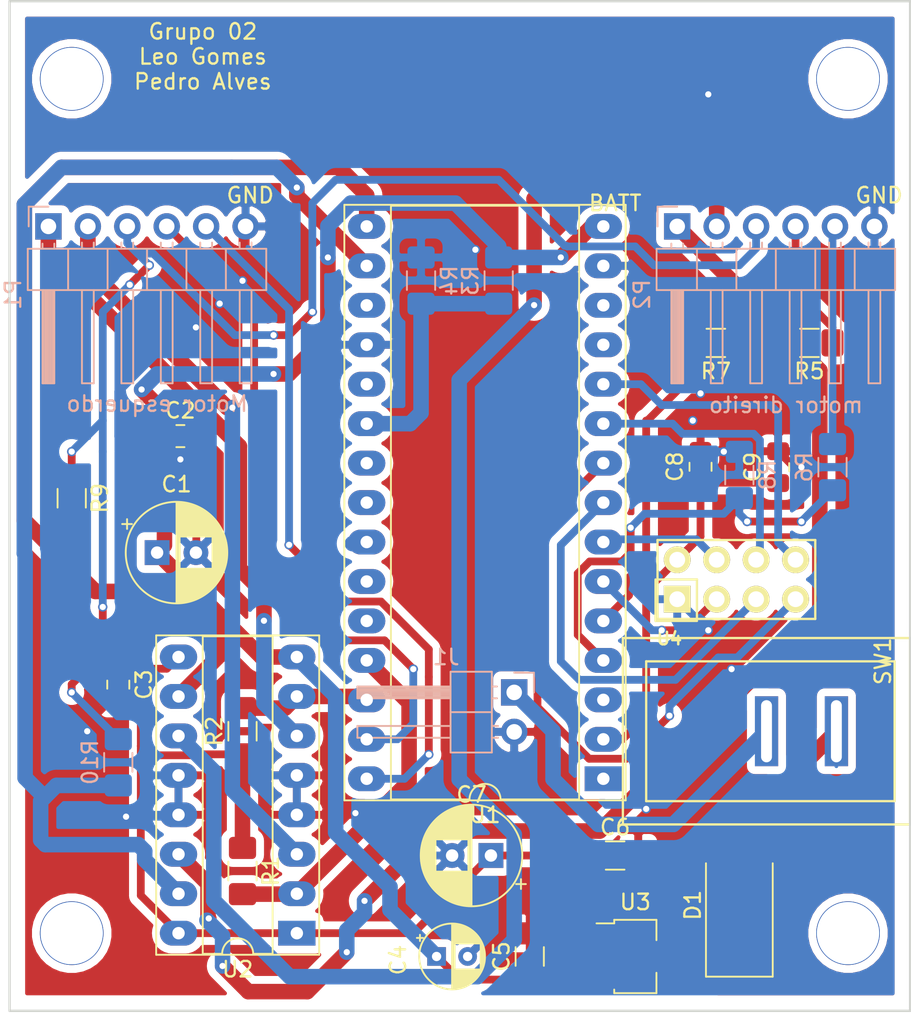
<source format=kicad_pcb>
(kicad_pcb (version 20171130) (host pcbnew 5.1.6-c6e7f7d~87~ubuntu20.04.1)
  (layers (0 F.Cu signal) (31 B.Cu signal) (34 B.Paste user) (35 F.Paste user) (36 B.SilkS user) (37 F.SilkS user) (38 B.Mask user) (39 F.Mask user) (44 Edge.Cuts user))
  (net 0 "")
  (net 1 GND)
  (net 2 +BATT)
  (net 3 +5V)
  (net 4 +3V3)
  (net 5 "Net-(D1-Pad2)")
  (net 6 "Net-(J1-Pad1)")
  (net 7 /MotorL/ENCODER_2)
  (net 8 /MotorL/ENCODER_1)
  (net 9 "Net-(P1-Pad2)")
  (net 10 "Net-(P1-Pad1)")
  (net 11 /MotorR/ENC_R_2)
  (net 12 /MotorR/ENC_R_1)
  (net 13 "Net-(P2-Pad2)")
  (net 14 "Net-(P2-Pad1)")
  (net 15 /MotorL/PWM_1)
  (net 16 /MotorL/PWM_2)
  (net 17 /Microcontroller/BATTERY_VOLTAGE)
  (net 18 /MotorR/ENCODER_1)
  (net 19 /MotorR/ENCODER_2)
  (net 20 /MotorR/PWM_1)
  (net 21 /MotorR/PWM_2)
  (net 22 "Net-(U1-Pad1)")
  (net 23 "Net-(U1-Pad3)")
  (net 24 "Net-(U1-Pad18)")
  (net 25 /Radio/CE)
  (net 26 "Net-(U1-Pad20)")
  (net 27 /Radio/CSN)
  (net 28 /Radio/SCK)
  (net 29 "Net-(U1-Pad22)")
  (net 30 /Radio/MISO)
  (net 31 "Net-(U1-Pad23)")
  (net 32 /Radio/MOSI)
  (net 33 "Net-(U1-Pad24)")
  (net 34 /Radio/IRQ)
  (net 35 "Net-(U1-Pad25)")
  (net 36 "Net-(U1-Pad12)")
  (net 37 "Net-(U1-Pad26)")
  (net 38 "Net-(U1-Pad13)")
  (module Connector_PinHeader_2.54mm:PinHeader_1x06_P2.54mm_Horizontal (layer B.Cu) (at 121.5 86.5 270)
    (fp_text reference P1 (at 4.385 2.27 90) (layer B.SilkS) (effects (justify mirror)))
    (fp_text value MOTOR_R)
    (pad 6 thru_hole oval (at 0 -12.7 270) (size 1.7 1.7) (drill 1) (layers *.Cu *.Mask) (net 1 GND))
    (pad 5 thru_hole oval (at 0 -10.16 270) (size 1.7 1.7) (drill 1) (layers *.Cu *.Mask) (net 7 /MotorL/ENCODER_2))
    (pad 4 thru_hole oval (at 0 -7.62 270) (size 1.7 1.7) (drill 1) (layers *.Cu *.Mask) (net 8 /MotorL/ENCODER_1))
    (pad 3 thru_hole oval (at 0 -5.08 270) (size 1.7 1.7) (drill 1) (layers *.Cu *.Mask) (net 3 +5V))
    (pad 2 thru_hole oval (at 0 -2.54 270) (size 1.7 1.7) (drill 1) (layers *.Cu *.Mask) (net 9 "Net-(P1-Pad2)"))
    (pad 1 thru_hole rect (at 0 0 270) (size 1.7 1.7) (drill 1) (layers *.Cu *.Mask) (net 10 "Net-(P1-Pad1)"))
  )
  (module Capacitor_THT:CP_Radial_D6.3mm_P2.50mm (layer F.Cu) (at 150 127 180)
    (fp_text reference C7 (at 1.25 3.92) (layer F.SilkS))
    (fp_text value 100uF)
    (pad 2 thru_hole circle (at 2.5 0 180) (size 1.6 1.6) (drill 0.8) (layers *.Cu *.Mask) (net 1 GND))
    (pad 1 thru_hole rect (at 0 0 180) (size 1.6 1.6) (drill 0.8) (layers *.Cu *.Mask) (net 3 +5V))
  )
  (module lib:NRF24L01 (layer F.Cu) (at 160.476 112.024 180)
    (fp_text reference U4 (at -1.016 -1.016) (layer F.SilkS) (effects (font (size 0.8 0.8) (thickness 0.16))))
    (fp_text value nRF24L01+ hide)
    (pad 2 thru_hole oval (at -1.524 4.064 180) (size 1.7272 1.7272) (drill 1.016) (layers *.Cu *.Mask F.SilkS) (net 4 +3V3))
    (pad 1 thru_hole rect (at -1.524 1.524 180) (size 1.7272 1.7272) (drill 1.016) (layers *.Cu *.Mask F.SilkS) (net 1 GND))
    (pad 4 thru_hole oval (at -4.064 4.064 180) (size 1.7272 1.7272) (drill 1.016) (layers *.Cu *.Mask F.SilkS) (net 27 /Radio/CSN))
    (pad 3 thru_hole oval (at -4.064 1.524 180) (size 1.7272 1.7272) (drill 1.016) (layers *.Cu *.Mask F.SilkS) (net 25 /Radio/CE))
    (pad 6 thru_hole oval (at -6.604 4.064 180) (size 1.7272 1.7272) (drill 1.016) (layers *.Cu *.Mask F.SilkS) (net 32 /Radio/MOSI))
    (pad 5 thru_hole oval (at -6.604 1.524 180) (size 1.7272 1.7272) (drill 1.016) (layers *.Cu *.Mask F.SilkS) (net 28 /Radio/SCK))
    (pad 8 thru_hole oval (at -9.144 4.064 180) (size 1.7272 1.7272) (drill 1.016) (layers *.Cu *.Mask F.SilkS) (net 34 /Radio/IRQ))
    (pad 7 thru_hole oval (at -9.144 1.524 180) (size 1.7272 1.7272) (drill 1.016) (layers *.Cu *.Mask F.SilkS) (net 30 /Radio/MISO))
  )
  (module Package_TO_SOT_SMD:SOT-89-3_Handsoldering (layer F.Cu) (at 159 133.5)
    (fp_text reference U3 (at 0.3 -3.5) (layer F.SilkS))
    (fp_text value LM78L05)
    (pad 2 smd custom (at -2.0625 0) (size 2.475 0.9) (layers F.Cu F.Paste F.Mask) (net 1 GND) (options (clearance outline) (anchor rect)) (primitives (gr_poly (pts (xy 1.2375 -0.8665) (xy 5.3625 -0.8665) (xy 5.3625 0.8665) (xy 1.2375 0.8665)) (width 0))))
    (pad 3 smd rect (at -2.15 1.5) (size 2.3 0.9) (layers F.Cu F.Paste F.Mask) (net 2 +BATT))
    (pad 1 smd rect (at -2.15 -1.5) (size 2.3 0.9) (layers F.Cu F.Paste F.Mask) (net 3 +5V))
  )
  (module Package_DIP:DIP-16_W7.62mm_Socket_LongPads (layer F.Cu) (at 137.5 132 180)
    (fp_text reference U2 (at 3.81 -2.33) (layer F.SilkS))
    (fp_text value SN754410)
    (pad 16 thru_hole oval (at 7.62 0 180) (size 2.4 1.6) (drill 0.8) (layers *.Cu *.Mask) (net 3 +5V))
    (pad 8 thru_hole oval (at 0 17.78 180) (size 2.4 1.6) (drill 0.8) (layers *.Cu *.Mask) (net 2 +BATT))
    (pad 15 thru_hole oval (at 7.62 2.54 180) (size 2.4 1.6) (drill 0.8) (layers *.Cu *.Mask) (net 21 /MotorR/PWM_2))
    (pad 7 thru_hole oval (at 0 15.24 180) (size 2.4 1.6) (drill 0.8) (layers *.Cu *.Mask) (net 16 /MotorL/PWM_2))
    (pad 14 thru_hole oval (at 7.62 5.08 180) (size 2.4 1.6) (drill 0.8) (layers *.Cu *.Mask) (net 14 "Net-(P2-Pad1)"))
    (pad 6 thru_hole oval (at 0 12.7 180) (size 2.4 1.6) (drill 0.8) (layers *.Cu *.Mask) (net 10 "Net-(P1-Pad1)"))
    (pad 13 thru_hole oval (at 7.62 7.62 180) (size 2.4 1.6) (drill 0.8) (layers *.Cu *.Mask) (net 1 GND))
    (pad 5 thru_hole oval (at 0 10.16 180) (size 2.4 1.6) (drill 0.8) (layers *.Cu *.Mask) (net 1 GND))
    (pad 12 thru_hole oval (at 7.62 10.16 180) (size 2.4 1.6) (drill 0.8) (layers *.Cu *.Mask) (net 1 GND))
    (pad 4 thru_hole oval (at 0 7.62 180) (size 2.4 1.6) (drill 0.8) (layers *.Cu *.Mask) (net 1 GND))
    (pad 11 thru_hole oval (at 7.62 12.7 180) (size 2.4 1.6) (drill 0.8) (layers *.Cu *.Mask) (net 13 "Net-(P2-Pad2)"))
    (pad 3 thru_hole oval (at 0 5.08 180) (size 2.4 1.6) (drill 0.8) (layers *.Cu *.Mask) (net 9 "Net-(P1-Pad2)"))
    (pad 10 thru_hole oval (at 7.62 15.24 180) (size 2.4 1.6) (drill 0.8) (layers *.Cu *.Mask) (net 20 /MotorR/PWM_1))
    (pad 2 thru_hole oval (at 0 2.54 180) (size 2.4 1.6) (drill 0.8) (layers *.Cu *.Mask) (net 15 /MotorL/PWM_1))
    (pad 9 thru_hole oval (at 7.62 17.78 180) (size 2.4 1.6) (drill 0.8) (layers *.Cu *.Mask) (net 3 +5V))
    (pad 1 thru_hole rect (at 0 0 180) (size 2.4 1.6) (drill 0.8) (layers *.Cu *.Mask) (net 3 +5V))
  )
  (module lib:NUCLEO-F3 (layer F.Cu) (at 157.24 122.06 180)
    (fp_text reference U1 (at 7.62 -2.33 180) (layer F.SilkS))
    (fp_text value NUCLEO-F303K8)
    (pad 1 thru_hole rect (at 0 0 180) (size 2.4 1.6) (drill 0.8) (layers *.Cu *.Mask) (net 22 "Net-(U1-Pad1)"))
    (pad 29 thru_hole oval (at 15.24 2.54 180) (size 2.4 1.6) (drill 0.8) (layers *.Cu *.Mask) (net 8 /MotorL/ENCODER_1))
    (pad 2 thru_hole oval (at 0 2.54 180) (size 2.4 1.6) (drill 0.8) (layers *.Cu *.Mask) (net 4 +3V3))
    (pad 16 thru_hole oval (at 15.24 35.56 180) (size 2.4 1.6) (drill 0.8) (layers *.Cu *.Mask) (net 20 /MotorR/PWM_1))
    (pad 3 thru_hole oval (at 0 5.08 180) (size 2.4 1.6) (drill 0.8) (layers *.Cu *.Mask) (net 23 "Net-(U1-Pad3)"))
    (pad 17 thru_hole oval (at 15.24 33.02 180) (size 2.4 1.6) (drill 0.8) (layers *.Cu *.Mask) (net 21 /MotorR/PWM_2))
    (pad 4 thru_hole oval (at 0 7.62 180) (size 2.4 1.6) (drill 0.8) (layers *.Cu *.Mask) (net 19 /MotorR/ENCODER_2))
    (pad 18 thru_hole oval (at 15.24 30.48 180) (size 2.4 1.6) (drill 0.8) (layers *.Cu *.Mask) (net 24 "Net-(U1-Pad18)"))
    (pad 5 thru_hole oval (at 0 10.16 180) (size 2.4 1.6) (drill 0.8) (layers *.Cu *.Mask) (net 18 /MotorR/ENCODER_1))
    (pad 19 thru_hole oval (at 15.24 27.94 180) (size 2.4 1.6) (drill 0.8) (layers *.Cu *.Mask) (net 1 GND))
    (pad 6 thru_hole oval (at 0 12.7 180) (size 2.4 1.6) (drill 0.8) (layers *.Cu *.Mask) (net 25 /Radio/CE))
    (pad 20 thru_hole oval (at 15.24 25.4 180) (size 2.4 1.6) (drill 0.8) (layers *.Cu *.Mask) (net 26 "Net-(U1-Pad20)"))
    (pad 7 thru_hole oval (at 0 15.24 180) (size 2.4 1.6) (drill 0.8) (layers *.Cu *.Mask) (net 27 /Radio/CSN))
    (pad 21 thru_hole oval (at 15.24 22.86 180) (size 2.4 1.6) (drill 0.8) (layers *.Cu *.Mask) (net 17 /Microcontroller/BATTERY_VOLTAGE))
    (pad 8 thru_hole oval (at 0 17.78 180) (size 2.4 1.6) (drill 0.8) (layers *.Cu *.Mask) (net 28 /Radio/SCK))
    (pad 22 thru_hole oval (at 15.24 20.32 180) (size 2.4 1.6) (drill 0.8) (layers *.Cu *.Mask) (net 29 "Net-(U1-Pad22)"))
    (pad 9 thru_hole oval (at 0 20.32 180) (size 2.4 1.6) (drill 0.8) (layers *.Cu *.Mask) (net 30 /Radio/MISO))
    (pad 23 thru_hole oval (at 15.24 17.78 180) (size 2.4 1.6) (drill 0.8) (layers *.Cu *.Mask) (net 31 "Net-(U1-Pad23)"))
    (pad 10 thru_hole oval (at 0 22.86 180) (size 2.4 1.6) (drill 0.8) (layers *.Cu *.Mask) (net 32 /Radio/MOSI))
    (pad 24 thru_hole oval (at 15.24 15.24 180) (size 2.4 1.6) (drill 0.8) (layers *.Cu *.Mask) (net 33 "Net-(U1-Pad24)"))
    (pad 11 thru_hole oval (at 0 25.4 180) (size 2.4 1.6) (drill 0.8) (layers *.Cu *.Mask) (net 34 /Radio/IRQ))
    (pad 25 thru_hole oval (at 15.24 12.7 180) (size 2.4 1.6) (drill 0.8) (layers *.Cu *.Mask) (net 35 "Net-(U1-Pad25)"))
    (pad 12 thru_hole oval (at 0 27.94 180) (size 2.4 1.6) (drill 0.8) (layers *.Cu *.Mask) (net 36 "Net-(U1-Pad12)"))
    (pad 26 thru_hole oval (at 15.24 10.16 180) (size 2.4 1.6) (drill 0.8) (layers *.Cu *.Mask) (net 37 "Net-(U1-Pad26)"))
    (pad 13 thru_hole oval (at 0 30.48 180) (size 2.4 1.6) (drill 0.8) (layers *.Cu *.Mask) (net 38 "Net-(U1-Pad13)"))
    (pad 27 thru_hole oval (at 15.24 7.62 180) (size 2.4 1.6) (drill 0.8) (layers *.Cu *.Mask) (net 15 /MotorL/PWM_1))
    (pad 14 thru_hole oval (at 0 33.02 180) (size 2.4 1.6) (drill 0.8) (layers *.Cu *.Mask) (net 1 GND))
    (pad 28 thru_hole oval (at 15.24 5.08 180) (size 2.4 1.6) (drill 0.8) (layers *.Cu *.Mask) (net 16 /MotorL/PWM_2))
    (pad 15 thru_hole oval (at 0 35.56 180) (size 2.4 1.6) (drill 0.8) (layers *.Cu *.Mask) (net 2 +BATT))
    (pad 30 thru_hole oval (at 15.24 0 180) (size 2.4 1.6) (drill 0.8) (layers *.Cu *.Mask) (net 7 /MotorL/ENCODER_2))
  )
  (module lib:PRK22J5DBBNN (layer F.Cu) (at 170 119 90)
    (fp_text reference SW1 (at 4.5 5.25 90) (layer F.SilkS))
    (fp_text value SW_SPST)
    (pad 2 thru_hole rect (at 0 2.25 90) (size 4.5 1.5) (drill oval 4 0.7) (layers *.Cu *.Mask) (net 5 "Net-(D1-Pad2)"))
    (pad 1 thru_hole rect (at 0 -2.25 90) (size 4.5 1.5) (drill oval 4 0.7) (layers *.Cu *.Mask) (net 6 "Net-(J1-Pad1)"))
  )
  (module Resistor_SMD:R_1206_3216Metric_Pad1.42x1.75mm_HandSolder (layer B.Cu) (at 126 121 270)
    (fp_text reference R10 (at 0 1.82 90) (layer B.SilkS) (effects (justify mirror)))
    (fp_text value 1k)
    (pad 2 smd roundrect (at 1.4875 0 270) (size 1.425 1.75) (layers B.Cu B.Paste B.Mask) (roundrect_rratio 0.175439) (net 21 /MotorR/PWM_2))
    (pad 1 smd roundrect (at -1.4875 0 270) (size 1.425 1.75) (layers B.Cu B.Paste B.Mask) (roundrect_rratio 0.175439) (net 3 +5V))
  )
  (module Resistor_SMD:R_1206_3216Metric_Pad1.42x1.75mm_HandSolder (layer F.Cu) (at 123 104 270)
    (fp_text reference R9 (at 0 -1.82 90) (layer F.SilkS))
    (fp_text value 1k)
    (pad 2 smd roundrect (at 1.4875 0 270) (size 1.425 1.75) (layers F.Cu F.Paste F.Mask) (roundrect_rratio 0.175439) (net 20 /MotorR/PWM_1))
    (pad 1 smd roundrect (at -1.4875 0 270) (size 1.425 1.75) (layers F.Cu F.Paste F.Mask) (roundrect_rratio 0.175439) (net 3 +5V))
  )
  (module Resistor_SMD:R_1206_3216Metric_Pad1.42x1.75mm_HandSolder (layer B.Cu) (at 166 102.5 90)
    (fp_text reference R8 (at 0 1.82 270) (layer B.SilkS) (effects (justify mirror)))
    (fp_text value 91k)
    (pad 2 smd roundrect (at 1.4875 0 90) (size 1.425 1.75) (layers B.Cu B.Paste B.Mask) (roundrect_rratio 0.175439) (net 1 GND))
    (pad 1 smd roundrect (at -1.4875 0 90) (size 1.425 1.75) (layers B.Cu B.Paste B.Mask) (roundrect_rratio 0.175439) (net 19 /MotorR/ENCODER_2))
  )
  (module Resistor_SMD:R_1206_3216Metric_Pad1.42x1.75mm_HandSolder (layer F.Cu) (at 164.4875 94 180)
    (fp_text reference R7 (at 0 -1.82) (layer F.SilkS))
    (fp_text value 91k)
    (pad 2 smd roundrect (at 1.4875 0 180) (size 1.425 1.75) (layers F.Cu F.Paste F.Mask) (roundrect_rratio 0.175439) (net 1 GND))
    (pad 1 smd roundrect (at -1.4875 0 180) (size 1.425 1.75) (layers F.Cu F.Paste F.Mask) (roundrect_rratio 0.175439) (net 18 /MotorR/ENCODER_1))
  )
  (module Resistor_SMD:R_1206_3216Metric_Pad1.42x1.75mm_HandSolder (layer B.Cu) (at 172 102 270)
    (fp_text reference R6 (at 0 1.82 90) (layer B.SilkS) (effects (justify mirror)))
    (fp_text value 47k)
    (pad 2 smd roundrect (at 1.4875 0 270) (size 1.425 1.75) (layers B.Cu B.Paste B.Mask) (roundrect_rratio 0.175439) (net 19 /MotorR/ENCODER_2))
    (pad 1 smd roundrect (at -1.4875 0 270) (size 1.425 1.75) (layers B.Cu B.Paste B.Mask) (roundrect_rratio 0.175439) (net 11 /MotorR/ENC_R_2))
  )
  (module Resistor_SMD:R_1206_3216Metric_Pad1.42x1.75mm_HandSolder (layer F.Cu) (at 170.5125 94 180)
    (fp_text reference R5 (at 0 -1.82) (layer F.SilkS))
    (fp_text value 47k)
    (pad 2 smd roundrect (at 1.4875 0 180) (size 1.425 1.75) (layers F.Cu F.Paste F.Mask) (roundrect_rratio 0.175439) (net 18 /MotorR/ENCODER_1))
    (pad 1 smd roundrect (at -1.4875 0 180) (size 1.425 1.75) (layers F.Cu F.Paste F.Mask) (roundrect_rratio 0.175439) (net 12 /MotorR/ENC_R_1))
  )
  (module Resistor_SMD:R_1206_3216Metric_Pad1.42x1.75mm_HandSolder (layer B.Cu) (at 145.5 89.9875 90)
    (fp_text reference R4 (at 0 1.82 270) (layer B.SilkS) (effects (justify mirror)))
    (fp_text value 2k2)
    (pad 2 smd roundrect (at 1.4875 0 90) (size 1.425 1.75) (layers B.Cu B.Paste B.Mask) (roundrect_rratio 0.175439) (net 1 GND))
    (pad 1 smd roundrect (at -1.4875 0 90) (size 1.425 1.75) (layers B.Cu B.Paste B.Mask) (roundrect_rratio 0.175439) (net 17 /Microcontroller/BATTERY_VOLTAGE))
  )
  (module Resistor_SMD:R_1206_3216Metric_Pad1.42x1.75mm_HandSolder (layer B.Cu) (at 150.5 89.9875 270)
    (fp_text reference R3 (at 0 1.82 270) (layer B.SilkS) (effects (justify mirror)))
    (fp_text value 22k)
    (pad 2 smd roundrect (at 1.4875 0 270) (size 1.425 1.75) (layers B.Cu B.Paste B.Mask) (roundrect_rratio 0.175439) (net 17 /Microcontroller/BATTERY_VOLTAGE))
    (pad 1 smd roundrect (at -1.4875 0 270) (size 1.425 1.75) (layers B.Cu B.Paste B.Mask) (roundrect_rratio 0.175439) (net 2 +BATT))
  )
  (module Resistor_SMD:R_1206_3216Metric_Pad1.42x1.75mm_HandSolder (layer F.Cu) (at 134 119 90)
    (fp_text reference R2 (at 0 -1.82 90) (layer F.SilkS))
    (fp_text value 1k)
    (pad 2 smd roundrect (at 1.4875 0 90) (size 1.425 1.75) (layers F.Cu F.Paste F.Mask) (roundrect_rratio 0.175439) (net 16 /MotorL/PWM_2))
    (pad 1 smd roundrect (at -1.4875 0 90) (size 1.425 1.75) (layers F.Cu F.Paste F.Mask) (roundrect_rratio 0.175439) (net 3 +5V))
  )
  (module Resistor_SMD:R_1206_3216Metric_Pad1.42x1.75mm_HandSolder (layer F.Cu) (at 134 128 270)
    (fp_text reference R1 (at 0 -1.82 90) (layer F.SilkS))
    (fp_text value 1k)
    (pad 2 smd roundrect (at 1.4875 0 270) (size 1.425 1.75) (layers F.Cu F.Paste F.Mask) (roundrect_rratio 0.175439) (net 15 /MotorL/PWM_1))
    (pad 1 smd roundrect (at -1.4875 0 270) (size 1.425 1.75) (layers F.Cu F.Paste F.Mask) (roundrect_rratio 0.175439) (net 3 +5V))
  )
  (module Connector_PinHeader_2.54mm:PinHeader_1x06_P2.54mm_Horizontal (layer B.Cu) (at 162 86.5 270)
    (fp_text reference P2 (at 4.385 2.27 90) (layer B.SilkS) (effects (justify mirror)))
    (fp_text value MOTOR_R)
    (pad 6 thru_hole oval (at 0 -12.7 270) (size 1.7 1.7) (drill 1) (layers *.Cu *.Mask) (net 1 GND))
    (pad 5 thru_hole oval (at 0 -10.16 270) (size 1.7 1.7) (drill 1) (layers *.Cu *.Mask) (net 11 /MotorR/ENC_R_2))
    (pad 4 thru_hole oval (at 0 -7.62 270) (size 1.7 1.7) (drill 1) (layers *.Cu *.Mask) (net 12 /MotorR/ENC_R_1))
    (pad 3 thru_hole oval (at 0 -5.08 270) (size 1.7 1.7) (drill 1) (layers *.Cu *.Mask) (net 3 +5V))
    (pad 2 thru_hole oval (at 0 -2.54 270) (size 1.7 1.7) (drill 1) (layers *.Cu *.Mask) (net 13 "Net-(P2-Pad2)"))
    (pad 1 thru_hole rect (at 0 0 270) (size 1.7 1.7) (drill 1) (layers *.Cu *.Mask) (net 14 "Net-(P2-Pad1)"))
  )
  (module Connector_PinHeader_2.54mm:PinHeader_1x02_P2.54mm_Horizontal (layer B.Cu) (at 151.5 116.5 180)
    (fp_text reference J1 (at 4.385 2.27) (layer B.SilkS) (effects (justify mirror)))
    (fp_text value BATTERY)
    (pad 2 thru_hole oval (at 0 -2.54 180) (size 1.7 1.7) (drill 1) (layers *.Cu *.Mask) (net 1 GND))
    (pad 1 thru_hole rect (at 0 0 180) (size 1.7 1.7) (drill 1) (layers *.Cu *.Mask) (net 6 "Net-(J1-Pad1)"))
  )
  (module Diode_SMD:D_SMB_Handsoldering (layer F.Cu) (at 166 130.2 90)
    (fp_text reference D1 (at 0 -3 90) (layer F.SilkS))
    (fp_text value SS34)
    (pad 2 smd rect (at 2.7 0 90) (size 3.5 2.3) (layers F.Cu F.Paste F.Mask) (net 5 "Net-(D1-Pad2)"))
    (pad 1 smd rect (at -2.7 0 90) (size 3.5 2.3) (layers F.Cu F.Paste F.Mask) (net 2 +BATT))
  )
  (module Capacitor_SMD:C_0805_2012Metric_Pad1.15x1.40mm_HandSolder (layer F.Cu) (at 168.5 102 90)
    (fp_text reference C9 (at 0 -1.65 90) (layer F.SilkS))
    (fp_text value 1uF)
    (pad 2 smd roundrect (at 1.025 0 90) (size 1.15 1.4) (layers F.Cu F.Paste F.Mask) (roundrect_rratio 0.217391) (net 1 GND))
    (pad 1 smd roundrect (at -1.025 0 90) (size 1.15 1.4) (layers F.Cu F.Paste F.Mask) (roundrect_rratio 0.217391) (net 4 +3V3))
  )
  (module Capacitor_SMD:C_0805_2012Metric_Pad1.15x1.40mm_HandSolder (layer F.Cu) (at 163.5 101.975 90)
    (fp_text reference C8 (at 0 -1.65 90) (layer F.SilkS))
    (fp_text value 1uF)
    (pad 2 smd roundrect (at 1.025 0 90) (size 1.15 1.4) (layers F.Cu F.Paste F.Mask) (roundrect_rratio 0.217391) (net 1 GND))
    (pad 1 smd roundrect (at -1.025 0 90) (size 1.15 1.4) (layers F.Cu F.Paste F.Mask) (roundrect_rratio 0.217391) (net 4 +3V3))
  )
  (module Capacitor_SMD:C_1206_3216Metric_Pad1.42x1.75mm_HandSolder (layer F.Cu) (at 158 127)
    (fp_text reference C6 (at 0 -1.82) (layer F.SilkS))
    (fp_text value 100nF)
    (pad 2 smd roundrect (at 1.4875 0) (size 1.425 1.75) (layers F.Cu F.Paste F.Mask) (roundrect_rratio 0.175439) (net 1 GND))
    (pad 1 smd roundrect (at -1.4875 0) (size 1.425 1.75) (layers F.Cu F.Paste F.Mask) (roundrect_rratio 0.175439) (net 3 +5V))
  )
  (module Capacitor_SMD:C_1206_3216Metric_Pad1.42x1.75mm_HandSolder (layer F.Cu) (at 152.5 133.5 90)
    (fp_text reference C5 (at 0 -1.82 90) (layer F.SilkS))
    (fp_text value 100nF)
    (pad 2 smd roundrect (at 1.4875 0 90) (size 1.425 1.75) (layers F.Cu F.Paste F.Mask) (roundrect_rratio 0.175439) (net 1 GND))
    (pad 1 smd roundrect (at -1.4875 0 90) (size 1.425 1.75) (layers F.Cu F.Paste F.Mask) (roundrect_rratio 0.175439) (net 2 +BATT))
  )
  (module Capacitor_THT:CP_Radial_D4.0mm_P2.00mm (layer F.Cu) (at 146.5 133.5)
    (fp_text reference C4 (at -2.482 0.231 90) (layer F.SilkS))
    (fp_text value 10uF)
    (pad 2 thru_hole circle (at 2 0) (size 1.2 1.2) (drill 0.6) (layers *.Cu *.Mask) (net 1 GND))
    (pad 1 thru_hole rect (at 0 0) (size 1.2 1.2) (drill 0.6) (layers *.Cu *.Mask) (net 2 +BATT))
  )
  (module Capacitor_SMD:C_0805_2012Metric_Pad1.15x1.40mm_HandSolder (layer F.Cu) (at 126 116 270)
    (fp_text reference C3 (at 0 -1.65 90) (layer F.SilkS))
    (fp_text value 1uF)
    (pad 2 smd roundrect (at 1.025 0 270) (size 1.15 1.4) (layers F.Cu F.Paste F.Mask) (roundrect_rratio 0.217391) (net 1 GND))
    (pad 1 smd roundrect (at -1.025 0 270) (size 1.15 1.4) (layers F.Cu F.Paste F.Mask) (roundrect_rratio 0.217391) (net 3 +5V))
  )
  (module Capacitor_SMD:C_0805_2012Metric_Pad1.15x1.40mm_HandSolder (layer F.Cu) (at 130 100)
    (fp_text reference C2 (at 0 -1.65) (layer F.SilkS))
    (fp_text value 1uF)
    (pad 2 smd roundrect (at 1.025 0) (size 1.15 1.4) (layers F.Cu F.Paste F.Mask) (roundrect_rratio 0.217391) (net 1 GND))
    (pad 1 smd roundrect (at -1.025 0) (size 1.15 1.4) (layers F.Cu F.Paste F.Mask) (roundrect_rratio 0.217391) (net 2 +BATT))
  )
  (module Capacitor_THT:CP_Radial_D6.3mm_P2.50mm (layer F.Cu) (at 128.5 107.5)
    (fp_text reference C1 (at 1.25 -4.4) (layer F.SilkS))
    (fp_text value 100uF)
    (pad 2 thru_hole circle (at 2.5 0) (size 1.6 1.6) (drill 0.8) (layers *.Cu *.Mask) (net 1 GND))
    (pad 1 thru_hole rect (at 0 0) (size 1.6 1.6) (drill 0.8) (layers *.Cu *.Mask) (net 2 +BATT))
  )
  (gr_text BATT (at 158 85) (layer F.SilkS) (effects (font (size 1 1))))
  (gr_text GND (at 134.5 84.5) (layer F.SilkS) (effects (font (size 1 1))))
  (gr_text GND (at 175 84.5) (layer F.SilkS) (effects (font (size 1 1))))
  (gr_text "Grupo 02\nLeo Gomes\nPedro Alves" (at 131.445 75.565) (layer F.SilkS) (effects (font (size 1 1))))
  (gr_text "motor direito" (at 169 98) (layer B.SilkS) (effects (font (size 1 1)) (justify mirror)))
  (gr_text "Motor esquerdo" (at 128.5 97.917) (layer B.SilkS) (effects (font (size 1 1)) (justify mirror)))
  (gr_line (start 119 137) (end 119 72) (layer Edge.Cuts) (width 0.15))
  (gr_line (start 177 137) (end 119 137) (layer Edge.Cuts) (width 0.15))
  (gr_line (start 177 72) (end 177 137) (layer Edge.Cuts) (width 0.15))
  (gr_line (start 119 72) (end 177 72) (layer Edge.Cuts) (width 0.15))
  (via (at 123 77) (size 4.1) (drill 4) (layers F.Cu B.Cu) (net 0))
  (via (at 173 77) (size 4.1) (drill 4) (layers F.Cu B.Cu) (net 0))
  (via (at 123 132) (size 4.1) (drill 4) (layers F.Cu B.Cu) (net 0))
  (via (at 173 132) (size 4.1) (drill 4) (layers F.Cu B.Cu) (net 0))
  (segment (start 159.4875 127) (end 159.46 127) (width 0.5) (layer F.Cu) (net 1))
  (via (at 163 99) (size 0.6) (drill 0.4) (layers F.Cu B.Cu) (net 1))
  (via (at 160 124) (size 0.6) (drill 0.4) (layers F.Cu B.Cu) (net 1))
  (via (at 149 88) (size 0.6) (drill 0.4) (layers F.Cu B.Cu) (net 1))
  (via (at 164 78) (size 0.6) (drill 0.4) (layers F.Cu B.Cu) (net 1))
  (via (at 124 119) (size 0.6) (drill 0.4) (layers F.Cu B.Cu) (net 1))
  (via (at 165 101) (size 0.6) (drill 0.4) (layers F.Cu B.Cu) (net 1))
  (segment (start 165.0125 101.0125) (end 165 101) (width 0.5) (layer B.Cu) (net 1))
  (segment (start 166 101.0125) (end 165.0125 101.0125) (width 0.5) (layer B.Cu) (net 1))
  (segment (start 163.55 101) (end 163.5 100.95) (width 0.5) (layer F.Cu) (net 1))
  (segment (start 165 101) (end 163.55 101) (width 0.5) (layer F.Cu) (net 1))
  (segment (start 126 117.025) (end 125.475 117.025) (width 0.5) (layer F.Cu) (net 1))
  (segment (start 125.475 117.025) (end 123.5 119) (width 0.5) (layer F.Cu) (net 1))
  (via (at 126.5 124.5) (size 0.6) (drill 0.4) (layers F.Cu B.Cu) (net 1))
  (segment (start 129.76 124.5) (end 129.88 124.38) (width 0.5) (layer B.Cu) (net 1))
  (segment (start 126.5 124.5) (end 129.76 124.5) (width 0.5) (layer B.Cu) (net 1))
  (segment (start 157.58998 88.55002) (end 157 89.14) (width 0.5) (layer B.Cu) (net 1))
  (segment (start 157.24 89.04) (end 158.04 89.04) (width 0.5) (layer F.Cu) (net 1))
  (via (at 141.272893 124.272893) (size 0.6) (drill 0.4) (layers F.Cu B.Cu) (net 1))
  (segment (start 141.165786 124.38) (end 141.272893 124.272893) (width 0.5) (layer F.Cu) (net 1))
  (segment (start 137.5 124.38) (end 141.165786 124.38) (width 0.5) (layer F.Cu) (net 1))
  (segment (start 144 127) (end 147.5 127) (width 0.5) (layer B.Cu) (net 1))
  (segment (start 141.272893 124.272893) (end 144 127) (width 0.5) (layer B.Cu) (net 1))
  (via (at 163.5 97.25) (size 0.6) (drill 0.4) (layers F.Cu B.Cu) (net 1))
  (segment (start 163.5 100.95) (end 163.5 97.25) (width 0.5) (layer F.Cu) (net 1))
  (segment (start 163.5 97.25) (end 163.5 94.5) (width 0.5) (layer B.Cu) (net 1))
  (segment (start 163.5 94.5) (end 163 94) (width 0.5) (layer B.Cu) (net 1))
  (via (at 164 112.5) (size 0.6) (drill 0.4) (layers F.Cu B.Cu) (net 1))
  (segment (start 162 110.5) (end 164 112.5) (width 0.5) (layer B.Cu) (net 1))
  (via (at 165.5 115) (size 0.6) (drill 0.4) (layers F.Cu B.Cu) (net 1))
  (segment (start 164 113.5) (end 165.5 115) (width 0.5) (layer F.Cu) (net 1))
  (segment (start 164 112.5) (end 164 113.5) (width 0.5) (layer F.Cu) (net 1))
  (segment (start 165.5 115) (end 167.06413 115) (width 0.5) (layer B.Cu) (net 1))
  (segment (start 167.06413 115) (end 167.06413 114.93587) (width 0.5) (layer B.Cu) (net 1))
  (via (at 170 102) (size 0.6) (drill 0.4) (layers F.Cu B.Cu) (net 1))
  (segment (start 172.589966 102) (end 170 102) (width 0.5) (layer B.Cu) (net 1))
  (segment (start 173.32501 102.735044) (end 172.589966 102) (width 0.5) (layer B.Cu) (net 1))
  (segment (start 173.32501 108.67499) (end 173.32501 102.735044) (width 0.5) (layer B.Cu) (net 1))
  (segment (start 167.06413 114.93587) (end 173.32501 108.67499) (width 0.5) (layer B.Cu) (net 1))
  (segment (start 169.525 102) (end 168.5 100.975) (width 0.5) (layer F.Cu) (net 1))
  (segment (start 170 102) (end 169.525 102) (width 0.5) (layer F.Cu) (net 1))
  (segment (start 131.025 107.475) (end 131 107.5) (width 0.5) (layer F.Cu) (net 1))
  (segment (start 131.025 100) (end 131.025 107.475) (width 0.5) (layer F.Cu) (net 1))
  (via (at 130 101.5) (size 0.6) (drill 0.4) (layers F.Cu B.Cu) (net 1))
  (segment (start 131.025 100.475) (end 130 101.5) (width 0.5) (layer F.Cu) (net 1))
  (segment (start 131.025 100) (end 131.025 100.475) (width 0.5) (layer F.Cu) (net 1))
  (segment (start 130 101.5) (end 127.5 101.5) (width 0.5) (layer B.Cu) (net 1))
  (segment (start 127.5 101.5) (end 126 100) (width 0.5) (layer B.Cu) (net 1))
  (via (at 131 93) (size 0.6) (drill 0.4) (layers F.Cu B.Cu) (net 1))
  (segment (start 130.156484 93) (end 131 93) (width 0.5) (layer B.Cu) (net 1))
  (segment (start 126 97.156484) (end 130.156484 93) (width 0.5) (layer B.Cu) (net 1))
  (segment (start 126 100) (end 126 97.156484) (width 0.5) (layer B.Cu) (net 1))
  (via (at 132.530331 91.469669) (size 0.6) (drill 0.4) (layers F.Cu B.Cu) (net 1))
  (segment (start 131 93) (end 132.530331 91.469669) (width 0.5) (layer F.Cu) (net 1))
  (via (at 134 90) (size 0.6) (drill 0.4) (layers F.Cu B.Cu) (net 1))
  (segment (start 132.530331 91.469669) (end 134 90) (width 0.5) (layer B.Cu) (net 1))
  (segment (start 134 86.7) (end 134.2 86.5) (width 0.5) (layer F.Cu) (net 1))
  (segment (start 134 90) (end 134 86.7) (width 0.5) (layer F.Cu) (net 1))
  (segment (start 123.5 124) (end 124 124.5) (width 0.5) (layer F.Cu) (net 1))
  (segment (start 124 124.5) (end 126.5 124.5) (width 0.5) (layer F.Cu) (net 1))
  (segment (start 123.5 119) (end 123.5 124) (width 0.5) (layer F.Cu) (net 1))
  (segment (start 152.5125 135) (end 152.5 134.9875) (width 0.25) (layer F.Cu) (net 2))
  (segment (start 147.9875 134.9875) (end 146.5 133.5) (width 0.5) (layer F.Cu) (net 2))
  (segment (start 156.8375 134.9875) (end 156.85 135) (width 0.5) (layer F.Cu) (net 2))
  (segment (start 128.975 107.025) (end 128.5 107.5) (width 0.5) (layer F.Cu) (net 2))
  (segment (start 135.22 114.22) (end 128.5 107.5) (width 1) (layer F.Cu) (net 2))
  (segment (start 137.5 114.22) (end 135.22 114.22) (width 1) (layer F.Cu) (net 2))
  (segment (start 146.5 133.5) (end 146.249999 133.249999) (width 0.5) (layer B.Cu) (net 2))
  (segment (start 152.5 134.9875) (end 147.9875 134.9875) (width 0.5) (layer F.Cu) (net 2))
  (segment (start 152.5 134.9875) (end 156.8375 134.9875) (width 0.5) (layer F.Cu) (net 2))
  (segment (start 163.83349 135.06651) (end 156.85 135.06651) (width 1) (layer F.Cu) (net 2))
  (segment (start 166 132.9) (end 163.83349 135.06651) (width 1) (layer F.Cu) (net 2))
  (segment (start 143.5 130.5) (end 146.5 133.5) (width 1) (layer B.Cu) (net 2))
  (via (at 154.5 88.5) (size 0.6) (drill 0.4) (layers F.Cu B.Cu) (net 2))
  (segment (start 150.5 88.5) (end 154.5 88.5) (width 1) (layer B.Cu) (net 2))
  (segment (start 156.5 86.5) (end 157.24 86.5) (width 0.5) (layer F.Cu) (net 2))
  (segment (start 154.5 88.5) (end 156.5 86.5) (width 1) (layer F.Cu) (net 2))
  (segment (start 137.5 114.238666) (end 140 116.738666) (width 1) (layer B.Cu) (net 2))
  (segment (start 137.5 114.22) (end 137.5 114.238666) (width 1) (layer B.Cu) (net 2))
  (segment (start 143.5 129.019998) (end 143.5 130.5) (width 1) (layer B.Cu) (net 2))
  (segment (start 140 125.519998) (end 143.5 129.019998) (width 1) (layer B.Cu) (net 2))
  (segment (start 140 116.738666) (end 140 125.519998) (width 1) (layer B.Cu) (net 2))
  (segment (start 128.975 100) (end 128.975 107.025) (width 1) (layer F.Cu) (net 2))
  (via (at 127.5 97) (size 0.6) (drill 0.4) (layers F.Cu B.Cu) (net 2))
  (segment (start 128.975 98.475) (end 127.5 97) (width 1) (layer F.Cu) (net 2))
  (segment (start 128.975 100) (end 128.975 98.475) (width 1) (layer F.Cu) (net 2))
  (segment (start 128.5 96) (end 136 96) (width 1) (layer B.Cu) (net 2))
  (via (at 136 96) (size 0.6) (drill 0.4) (layers F.Cu B.Cu) (net 2))
  (segment (start 127.5 97) (end 128.5 96) (width 1) (layer B.Cu) (net 2))
  (segment (start 136 96) (end 137 96) (width 1) (layer F.Cu) (net 2))
  (segment (start 137 96) (end 139.5 93.5) (width 1) (layer F.Cu) (net 2))
  (via (at 139.5 88.5) (size 0.6) (drill 0.4) (layers F.Cu B.Cu) (net 2))
  (segment (start 139.5 93.5) (end 139.5 88.5) (width 1) (layer F.Cu) (net 2))
  (segment (start 139.5 86.478666) (end 140.978666 85) (width 1) (layer B.Cu) (net 2))
  (segment (start 139.5 88.5) (end 139.5 86.478666) (width 1) (layer B.Cu) (net 2))
  (segment (start 150.5 87.7875) (end 150.5 88.5) (width 1) (layer B.Cu) (net 2))
  (segment (start 147.7125 85) (end 150.5 87.7875) (width 1) (layer B.Cu) (net 2))
  (segment (start 140.978666 85) (end 147.7125 85) (width 1) (layer B.Cu) (net 2))
  (segment (start 156.85 127.3375) (end 156.5125 127) (width 0.25) (layer F.Cu) (net 3))
  (segment (start 156.5125 131.6625) (end 156.85 132) (width 0.25) (layer F.Cu) (net 3))
  (segment (start 156.5125 127) (end 156.5125 131.6625) (width 0.5) (layer F.Cu) (net 3))
  (segment (start 156.5125 127) (end 150 127) (width 0.5) (layer F.Cu) (net 3))
  (segment (start 129.125 114.975) (end 129.88 114.22) (width 0.5) (layer F.Cu) (net 3))
  (segment (start 129.88 132) (end 127.45001 129.57001) (width 0.5) (layer F.Cu) (net 3))
  (segment (start 127.45001 115.54999) (end 127.45001 115.45001) (width 0.5) (layer F.Cu) (net 3))
  (segment (start 127.025 115.12498) (end 127.45001 115.54999) (width 0.5) (layer F.Cu) (net 3))
  (segment (start 127.025 114.975) (end 127.025 115.12498) (width 0.5) (layer F.Cu) (net 3))
  (segment (start 126 114.975) (end 127.025 114.975) (width 0.5) (layer F.Cu) (net 3))
  (segment (start 127.025 114.975) (end 129.125 114.975) (width 0.5) (layer F.Cu) (net 3))
  (segment (start 145 132) (end 137.5 132) (width 0.5) (layer F.Cu) (net 3))
  (segment (start 150 127) (end 145 132) (width 0.5) (layer F.Cu) (net 3))
  (segment (start 134 120.4875) (end 134 126.5125) (width 1) (layer F.Cu) (net 3))
  (segment (start 127.45003 120.55001) (end 127.45001 120.54999) (width 0.5) (layer F.Cu) (net 3))
  (segment (start 134 120.4875) (end 133.93749 120.55001) (width 0.5) (layer F.Cu) (net 3))
  (segment (start 127.45001 129.57001) (end 127.45001 120.54999) (width 0.5) (layer F.Cu) (net 3))
  (via (at 128 89) (size 0.6) (drill 0.4) (layers F.Cu B.Cu) (net 3))
  (segment (start 126.58 86.5) (end 126.58 87.58) (width 0.5) (layer B.Cu) (net 3))
  (segment (start 128 89) (end 127 90) (width 0.5) (layer F.Cu) (net 3))
  (via (at 126.739669 90.260331) (size 0.6) (drill 0.4) (layers F.Cu B.Cu) (net 3))
  (segment (start 127 90) (end 126.739669 90.260331) (width 0.5) (layer F.Cu) (net 3))
  (via (at 125 111) (size 0.6) (drill 0.4) (layers F.Cu B.Cu) (net 3))
  (segment (start 126.739669 90.260331) (end 125 92) (width 0.5) (layer B.Cu) (net 3))
  (segment (start 125 113.975) (end 126 114.975) (width 0.5) (layer F.Cu) (net 3))
  (segment (start 125 111) (end 125 113.975) (width 0.5) (layer F.Cu) (net 3))
  (segment (start 127.25 88.25) (end 128 89) (width 0.5) (layer B.Cu) (net 3))
  (segment (start 126.58 87.58) (end 127.25 88.25) (width 0.5) (layer B.Cu) (net 3))
  (via (at 123 116.5) (size 0.6) (drill 0.4) (layers F.Cu B.Cu) (net 3))
  (segment (start 126 119.5) (end 123 116.5) (width 0.5) (layer B.Cu) (net 3))
  (segment (start 126 119.5125) (end 126 119.5) (width 0.5) (layer B.Cu) (net 3))
  (segment (start 123 115.975) (end 125 113.975) (width 0.5) (layer F.Cu) (net 3))
  (segment (start 123 116.5) (end 123 115.975) (width 0.5) (layer F.Cu) (net 3))
  (segment (start 125 101) (end 125 111) (width 0.5) (layer B.Cu) (net 3))
  (segment (start 130.797771 120.55001) (end 128.05001 120.55001) (width 0.5) (layer F.Cu) (net 3))
  (segment (start 130.860281 120.4875) (end 130.797771 120.55001) (width 0.5) (layer F.Cu) (net 3))
  (segment (start 128.05001 120.55001) (end 127.45001 119.95001) (width 0.5) (layer F.Cu) (net 3))
  (segment (start 134 120.4875) (end 130.860281 120.4875) (width 0.5) (layer F.Cu) (net 3))
  (segment (start 127.45001 119.95001) (end 127.45001 115.54999) (width 0.5) (layer F.Cu) (net 3))
  (segment (start 127.45001 120.54999) (end 127.45001 119.95001) (width 0.5) (layer F.Cu) (net 3))
  (segment (start 137.5 132) (end 129.88 132) (width 0.5) (layer F.Cu) (net 3))
  (segment (start 127.25 88.25) (end 128.25 88.25) (width 0.5) (layer B.Cu) (net 3))
  (segment (start 133.5 93.5) (end 136 93.5) (width 0.5) (layer B.Cu) (net 3))
  (via (at 136 93.5) (size 0.6) (drill 0.4) (layers F.Cu B.Cu) (net 3))
  (segment (start 128.25 88.25) (end 133.5 93.5) (width 0.5) (layer B.Cu) (net 3))
  (via (at 138.5 92) (size 0.6) (drill 0.4) (layers F.Cu B.Cu) (net 3))
  (segment (start 137 93.5) (end 138.5 92) (width 0.5) (layer F.Cu) (net 3))
  (segment (start 136 93.5) (end 137 93.5) (width 0.5) (layer F.Cu) (net 3))
  (segment (start 161.5 89) (end 166 89) (width 0.5) (layer B.Cu) (net 3))
  (segment (start 167.08 87.92) (end 167.08 86.5) (width 0.5) (layer B.Cu) (net 3))
  (segment (start 166 89) (end 167.08 87.92) (width 0.5) (layer B.Cu) (net 3))
  (segment (start 140 83.5) (end 150.5 83.5) (width 0.5) (layer B.Cu) (net 3))
  (segment (start 138.5 92) (end 138.5 85) (width 0.5) (layer B.Cu) (net 3))
  (segment (start 150.5 83.5) (end 154.36999 87.36999) (width 0.5) (layer B.Cu) (net 3))
  (segment (start 138.5 85) (end 140 83.5) (width 0.5) (layer B.Cu) (net 3))
  (segment (start 154.36999 87.36999) (end 154.5 87.5) (width 0.5) (layer B.Cu) (net 3))
  (segment (start 154.749999 87.749999) (end 154.860001 87.749999) (width 0.5) (layer B.Cu) (net 3))
  (segment (start 154.5 87.5) (end 154.749999 87.749999) (width 0.5) (layer B.Cu) (net 3))
  (segment (start 154.899992 87.78999) (end 159.28999 87.78999) (width 0.5) (layer B.Cu) (net 3))
  (segment (start 154.860001 87.749999) (end 154.899992 87.78999) (width 0.5) (layer B.Cu) (net 3))
  (segment (start 159.28999 87.78999) (end 160.5 89) (width 0.5) (layer B.Cu) (net 3))
  (segment (start 160.5 89) (end 161.5 89) (width 0.5) (layer B.Cu) (net 3))
  (via (at 123 101) (size 0.6) (drill 0.4) (layers F.Cu B.Cu) (net 3))
  (segment (start 123 102.5125) (end 123 101) (width 0.5) (layer F.Cu) (net 3))
  (segment (start 123 101) (end 125 99) (width 0.5) (layer B.Cu) (net 3))
  (segment (start 125 99) (end 125 101) (width 0.5) (layer B.Cu) (net 3))
  (segment (start 125 92) (end 125 99) (width 0.5) (layer B.Cu) (net 3))
  (segment (start 163.5 106.46) (end 162 107.96) (width 0.5) (layer F.Cu) (net 4))
  (segment (start 163.5 103) (end 163.5 106.46) (width 0.5) (layer F.Cu) (net 4))
  (segment (start 168.475 103) (end 168.5 103.025) (width 0.5) (layer F.Cu) (net 4))
  (segment (start 163.5 103) (end 168.475 103) (width 0.5) (layer F.Cu) (net 4))
  (segment (start 158.48 119.52) (end 157.24 119.52) (width 0.5) (layer F.Cu) (net 4))
  (segment (start 160 118) (end 158.48 119.52) (width 0.5) (layer F.Cu) (net 4))
  (segment (start 160 109.96) (end 160 118) (width 0.5) (layer F.Cu) (net 4))
  (segment (start 162 107.96) (end 160 109.96) (width 0.5) (layer F.Cu) (net 4))
  (segment (start 172.25 119) (end 172.25 121.25) (width 0.25) (layer B.Cu) (net 5))
  (segment (start 166 125.25) (end 172.25 119) (width 1) (layer F.Cu) (net 5))
  (segment (start 166 127.5) (end 166 125.25) (width 1) (layer F.Cu) (net 5))
  (segment (start 167.25 118.5) (end 167.75 119) (width 0.25) (layer B.Cu) (net 6))
  (segment (start 151.5 116.5) (end 154 119) (width 1) (layer B.Cu) (net 6))
  (segment (start 154 122.080002) (end 156.919998 125) (width 1) (layer B.Cu) (net 6))
  (segment (start 154 119) (end 154 122.080002) (width 1) (layer B.Cu) (net 6))
  (segment (start 161.75 125) (end 167.75 119) (width 1) (layer B.Cu) (net 6))
  (segment (start 156.919998 125) (end 161.75 125) (width 1) (layer B.Cu) (net 6))
  (segment (start 137 91.84) (end 131.66 86.5) (width 0.5) (layer B.Cu) (net 7))
  (segment (start 137 107) (end 137 91.84) (width 0.5) (layer B.Cu) (net 7))
  (via (at 137 107) (size 0.6) (drill 0.4) (layers F.Cu B.Cu) (net 7))
  (segment (start 146 113.732219) (end 146 115.5) (width 0.5) (layer F.Cu) (net 7))
  (segment (start 140.64999 110.64999) (end 142.917771 110.64999) (width 0.5) (layer F.Cu) (net 7))
  (segment (start 140.5 110.5) (end 140.64999 110.64999) (width 0.5) (layer F.Cu) (net 7))
  (segment (start 142.917771 110.64999) (end 146 113.732219) (width 0.5) (layer F.Cu) (net 7))
  (segment (start 140.5 110.5) (end 137 107) (width 0.5) (layer F.Cu) (net 7))
  (via (at 146 120.5) (size 0.6) (drill 0.4) (layers F.Cu B.Cu) (net 7))
  (segment (start 146 115.5) (end 146 120.5) (width 0.5) (layer F.Cu) (net 7))
  (segment (start 144.44 122.06) (end 142 122.06) (width 0.5) (layer B.Cu) (net 7))
  (segment (start 146 120.5) (end 144.44 122.06) (width 0.5) (layer B.Cu) (net 7))
  (segment (start 134.750001 92.130001) (end 129.12 86.5) (width 0.5) (layer F.Cu) (net 8))
  (segment (start 134.750001 102.450001) (end 134.750001 92.130001) (width 0.5) (layer F.Cu) (net 8))
  (segment (start 134.750001 102.450001) (end 134.750001 105.860003) (width 0.5) (layer F.Cu) (net 8))
  (segment (start 134.750001 105.860003) (end 134.750001 107.250001) (width 0.5) (layer F.Cu) (net 8))
  (segment (start 134.750001 107.250001) (end 138.5 111) (width 0.5) (layer F.Cu) (net 8))
  (via (at 145 115) (size 0.6) (drill 0.4) (layers F.Cu B.Cu) (net 8))
  (segment (start 143.15001 113.15001) (end 145 115) (width 0.5) (layer F.Cu) (net 8))
  (segment (start 140.65001 113.15001) (end 143.15001 113.15001) (width 0.5) (layer F.Cu) (net 8))
  (segment (start 138.5 111) (end 140.65001 113.15001) (width 0.5) (layer F.Cu) (net 8))
  (segment (start 143.98 119.52) (end 145 118.5) (width 0.5) (layer B.Cu) (net 8))
  (segment (start 142 119.52) (end 143.98 119.52) (width 0.5) (layer B.Cu) (net 8))
  (segment (start 145 115) (end 145 118.5) (width 0.5) (layer B.Cu) (net 8))
  (segment (start 124.04 86.5) (end 124.04 89.19293) (width 1) (layer F.Cu) (net 9))
  (via (at 133.35 98.171) (size 0.6) (drill 0.4) (layers F.Cu B.Cu) (net 9))
  (segment (start 133.01807 98.171) (end 133.35 98.171) (width 1) (layer F.Cu) (net 9))
  (segment (start 124.04 89.19293) (end 133.01807 98.171) (width 1) (layer F.Cu) (net 9))
  (segment (start 133.35 122.77) (end 137.5 126.92) (width 1) (layer B.Cu) (net 9))
  (segment (start 133.35 98.171) (end 133.35 122.77) (width 1) (layer B.Cu) (net 9))
  (segment (start 133.799991 100.649991) (end 133.799991 108.526991) (width 1) (layer F.Cu) (net 10))
  (segment (start 121.5 88.35) (end 133.799991 100.649991) (width 1) (layer F.Cu) (net 10))
  (segment (start 121.5 86.5) (end 121.5 88.35) (width 1) (layer F.Cu) (net 10))
  (via (at 135.382 111.887) (size 0.6) (drill 0.4) (layers F.Cu B.Cu) (net 10))
  (segment (start 135.382 110.109) (end 135.382 111.887) (width 1) (layer F.Cu) (net 10))
  (segment (start 133.799991 108.526991) (end 135.382 110.109) (width 1) (layer F.Cu) (net 10))
  (segment (start 135.382 117.182) (end 137.5 119.3) (width 1) (layer B.Cu) (net 10))
  (segment (start 135.382 111.887) (end 135.382 117.182) (width 1) (layer B.Cu) (net 10))
  (segment (start 172 86.66) (end 172.16 86.5) (width 0.5) (layer B.Cu) (net 11))
  (segment (start 172 100.5125) (end 172 86.66) (width 0.5) (layer B.Cu) (net 11))
  (segment (start 172 94) (end 172 93) (width 0.5) (layer F.Cu) (net 12))
  (segment (start 169.62 90.62) (end 169.62 86.5) (width 0.5) (layer F.Cu) (net 12))
  (segment (start 172 93) (end 169.62 90.62) (width 0.5) (layer F.Cu) (net 12))
  (segment (start 151.500001 132.424001) (end 151.500001 125.639999) (width 1) (layer B.Cu) (net 13))
  (segment (start 149.124001 134.800001) (end 151.500001 132.424001) (width 1) (layer B.Cu) (net 13))
  (segment (start 137.039999 134.800001) (end 149.124001 134.800001) (width 1) (layer B.Cu) (net 13))
  (segment (start 132.14999 129.909992) (end 137.039999 134.800001) (width 1) (layer B.Cu) (net 13))
  (segment (start 151.500001 125.639999) (end 147.955 122.094998) (width 1) (layer B.Cu) (net 13))
  (segment (start 132.14999 121.56999) (end 132.14999 129.909992) (width 1) (layer B.Cu) (net 13))
  (segment (start 129.88 119.3) (end 132.14999 121.56999) (width 1) (layer B.Cu) (net 13))
  (via (at 152.781 91.567) (size 0.6) (drill 0.4) (layers F.Cu B.Cu) (net 13))
  (segment (start 147.955 96.393) (end 152.781 91.567) (width 1) (layer B.Cu) (net 13))
  (segment (start 147.955 122.094998) (end 147.955 96.393) (width 1) (layer B.Cu) (net 13))
  (segment (start 152.781 91.567) (end 152.781 84.719) (width 1) (layer F.Cu) (net 13))
  (segment (start 152.781 84.719) (end 154.5 83) (width 1) (layer F.Cu) (net 13))
  (segment (start 164.08 83) (end 164.54 83.46) (width 1) (layer F.Cu) (net 13))
  (segment (start 154.5 83) (end 164.08 83) (width 1) (layer F.Cu) (net 13))
  (segment (start 164.54 83.46) (end 164.54 86.5) (width 1) (layer F.Cu) (net 13))
  (segment (start 171.183601 111.250529) (end 157.00914 125.42499) (width 1) (layer F.Cu) (net 14))
  (segment (start 171.183601 95.764601) (end 171.183601 111.250529) (width 1) (layer F.Cu) (net 14))
  (segment (start 170.43751 95.01851) (end 171.183601 95.764601) (width 1) (layer F.Cu) (net 14))
  (segment (start 170.43751 92.98149) (end 170.43751 95.01851) (width 1) (layer F.Cu) (net 14))
  (segment (start 169.88101 92.42499) (end 170.43751 92.98149) (width 1) (layer F.Cu) (net 14))
  (segment (start 167.92499 92.42499) (end 169.88101 92.42499) (width 1) (layer F.Cu) (net 14))
  (segment (start 162 86.5) (end 167.92499 92.42499) (width 1) (layer F.Cu) (net 14))
  (via (at 141.859 129.921) (size 0.6) (drill 0.4) (layers F.Cu B.Cu) (net 14))
  (segment (start 145.72001 126.05999) (end 141.859 129.921) (width 1) (layer F.Cu) (net 14))
  (segment (start 141.859 129.921) (end 141.859 130.683) (width 1) (layer B.Cu) (net 14))
  (via (at 140.716 133.223) (size 0.6) (drill 0.4) (layers F.Cu B.Cu) (net 14))
  (segment (start 140.716 131.826) (end 140.716 133.223) (width 1) (layer B.Cu) (net 14))
  (segment (start 141.859 130.683) (end 140.716 131.826) (width 1) (layer B.Cu) (net 14))
  (segment (start 140.716 133.223) (end 138.176 135.763) (width 1) (layer F.Cu) (net 14))
  (via (at 132.715 134.112) (size 0.6) (drill 0.4) (layers F.Cu B.Cu) (net 14))
  (segment (start 134.366 135.763) (end 132.715 134.112) (width 1) (layer F.Cu) (net 14))
  (segment (start 138.176 135.763) (end 134.366 135.763) (width 1) (layer F.Cu) (net 14))
  (segment (start 131.78801 131.04999) (end 131.826 131.04999) (width 1) (layer F.Cu) (net 14))
  (segment (start 131.78001 131.04199) (end 131.78801 131.04999) (width 1) (layer F.Cu) (net 14))
  (segment (start 131.78001 128.82001) (end 131.78001 131.04199) (width 1) (layer F.Cu) (net 14))
  (segment (start 129.88 126.92) (end 131.78001 128.82001) (width 1) (layer F.Cu) (net 14))
  (segment (start 131.826 131.04999) (end 131.826 131.04999) (width 1) (layer F.Cu) (net 14))
  (via (at 131.826 131.04999) (size 0.6) (drill 0.4) (layers F.Cu B.Cu) (net 14))
  (segment (start 132.715 132.172072) (end 131.709459 131.166531) (width 1) (layer B.Cu) (net 14))
  (segment (start 132.715 134.112) (end 132.715 132.172072) (width 1) (layer B.Cu) (net 14))
  (segment (start 145.94001 126.05999) (end 146.57501 125.42499) (width 1) (layer F.Cu) (net 14))
  (segment (start 145.72001 126.05999) (end 145.94001 126.05999) (width 1) (layer F.Cu) (net 14))
  (segment (start 157.00914 125.42499) (end 146.57501 125.42499) (width 1) (layer F.Cu) (net 14))
  (segment (start 137.5 129.46) (end 137.54 129.46) (width 1) (layer B.Cu) (net 15))
  (segment (start 137.4725 129.4875) (end 137.5 129.46) (width 1) (layer F.Cu) (net 15))
  (segment (start 134 129.4875) (end 137.4725 129.4875) (width 1) (layer F.Cu) (net 15))
  (segment (start 144.73 117.17) (end 142 114.44) (width 1) (layer F.Cu) (net 15))
  (segment (start 144.73 122.23) (end 144.73 117.17) (width 1) (layer F.Cu) (net 15))
  (segment (start 137.5 129.46) (end 144.73 122.23) (width 1) (layer F.Cu) (net 15))
  (segment (start 137.74 117) (end 137.5 116.76) (width 1) (layer F.Cu) (net 16))
  (segment (start 137.5 116.76) (end 137.5 116.778666) (width 1) (layer F.Cu) (net 16))
  (segment (start 136.7475 117.5125) (end 137.5 116.76) (width 1) (layer F.Cu) (net 16))
  (segment (start 134 117.5125) (end 136.7475 117.5125) (width 1) (layer F.Cu) (net 16))
  (segment (start 141.78 116.76) (end 142 116.98) (width 1) (layer F.Cu) (net 16))
  (segment (start 137.5 116.76) (end 141.78 116.76) (width 1) (layer F.Cu) (net 16))
  (segment (start 150.5 91.475) (end 145.5 91.475) (width 1) (layer B.Cu) (net 17))
  (segment (start 142 99.2) (end 144.8 99.2) (width 1) (layer B.Cu) (net 17))
  (segment (start 145.5 98.5) (end 145.5 91.475) (width 1) (layer B.Cu) (net 17))
  (segment (start 144.8 99.2) (end 145.5 98.5) (width 1) (layer B.Cu) (net 17))
  (segment (start 165.975 94.565) (end 165.975 94) (width 0.5) (layer F.Cu) (net 18))
  (segment (start 165.975 94) (end 169.025 94) (width 0.5) (layer F.Cu) (net 18))
  (segment (start 158.89001 110.24999) (end 158.89001 109.10999) (width 0.5) (layer F.Cu) (net 18))
  (segment (start 157.24 111.9) (end 158.89001 110.24999) (width 0.5) (layer F.Cu) (net 18))
  (segment (start 158.89001 109.10999) (end 160 108) (width 0.5) (layer F.Cu) (net 18))
  (segment (start 160 108) (end 160 99) (width 0.5) (layer F.Cu) (net 18))
  (segment (start 160.077466 99) (end 162.577466 96.5) (width 0.5) (layer F.Cu) (net 18))
  (segment (start 160 99) (end 160.077466 99) (width 0.5) (layer F.Cu) (net 18))
  (segment (start 163.475 96.5) (end 165.975 94) (width 0.5) (layer F.Cu) (net 18))
  (segment (start 162.577466 96.5) (end 163.475 96.5) (width 0.5) (layer F.Cu) (net 18))
  (segment (start 171.5 103.9875) (end 172 103.4875) (width 0.5) (layer B.Cu) (net 19))
  (segment (start 156.362209 108.07001) (end 158.42999 108.07001) (width 0.5) (layer F.Cu) (net 19))
  (segment (start 155.58999 112.78999) (end 155.58999 108.842229) (width 0.5) (layer F.Cu) (net 19))
  (segment (start 155.58999 108.842229) (end 156.362209 108.07001) (width 0.5) (layer F.Cu) (net 19))
  (segment (start 157.24 114.44) (end 155.58999 112.78999) (width 0.5) (layer F.Cu) (net 19))
  (segment (start 158.42999 108.07001) (end 159 107.5) (width 0.5) (layer F.Cu) (net 19))
  (via (at 166.5 105.5) (size 0.6) (drill 0.4) (layers F.Cu B.Cu) (net 19))
  (segment (start 166 105) (end 166.5 105.5) (width 0.5) (layer B.Cu) (net 19))
  (segment (start 166 103.9875) (end 166 105) (width 0.5) (layer B.Cu) (net 19))
  (via (at 170 105.5) (size 0.6) (drill 0.4) (layers F.Cu B.Cu) (net 19))
  (segment (start 166.5 105.5) (end 170 105.5) (width 0.5) (layer F.Cu) (net 19))
  (segment (start 170 105.4875) (end 172 103.4875) (width 0.5) (layer B.Cu) (net 19))
  (segment (start 170 105.5) (end 170 105.4875) (width 0.5) (layer B.Cu) (net 19))
  (via (at 159 105.896399) (size 0.6) (drill 0.4) (layers F.Cu B.Cu) (net 19))
  (segment (start 159 107.5) (end 159 105.896399) (width 0.5) (layer F.Cu) (net 19))
  (segment (start 159 105.896399) (end 159.896399 105) (width 0.5) (layer B.Cu) (net 19))
  (segment (start 164.9875 105) (end 165.24375 104.74375) (width 0.5) (layer B.Cu) (net 19))
  (segment (start 159.896399 105) (end 164.9875 105) (width 0.5) (layer B.Cu) (net 19))
  (segment (start 165.24375 104.74375) (end 166 103.9875) (width 0.5) (layer B.Cu) (net 19))
  (segment (start 129.656483 109.999999) (end 124.519999 109.999999) (width 1) (layer F.Cu) (net 20))
  (segment (start 132.828242 113.171758) (end 129.656483 109.999999) (width 1) (layer F.Cu) (net 20))
  (segment (start 132.828242 113.811758) (end 132.828242 113.171758) (width 1) (layer F.Cu) (net 20))
  (segment (start 129.88 116.76) (end 132.828242 113.811758) (width 1) (layer F.Cu) (net 20))
  (segment (start 123 106.5) (end 122.01 107.49) (width 1) (layer F.Cu) (net 20))
  (segment (start 123 105.4875) (end 123 106.5) (width 1) (layer F.Cu) (net 20))
  (segment (start 124.519999 109.999999) (end 122.01 107.49) (width 1) (layer F.Cu) (net 20))
  (segment (start 142 84.5) (end 142 86.5) (width 1) (layer F.Cu) (net 20))
  (segment (start 140.20001 82.70001) (end 142 84.5) (width 1) (layer F.Cu) (net 20))
  (segment (start 122.339988 82.70001) (end 140.20001 82.70001) (width 1) (layer F.Cu) (net 20))
  (segment (start 119.949999 85.089999) (end 122.339988 82.70001) (width 1) (layer F.Cu) (net 20))
  (segment (start 119.949999 105.429999) (end 119.949999 85.089999) (width 1) (layer F.Cu) (net 20))
  (segment (start 122.01 107.49) (end 119.949999 105.429999) (width 1) (layer F.Cu) (net 20))
  (segment (start 127.70001 126.710044) (end 127.70001 127.28001) (width 1) (layer B.Cu) (net 21))
  (segment (start 121 126) (end 121.29999 126.29999) (width 1) (layer B.Cu) (net 21))
  (segment (start 127.289956 126.29999) (end 127.70001 126.710044) (width 1) (layer B.Cu) (net 21))
  (segment (start 121 123.5) (end 121 126) (width 1) (layer B.Cu) (net 21))
  (segment (start 127.70001 127.28001) (end 129.88 129.46) (width 1) (layer B.Cu) (net 21))
  (segment (start 121.29999 126.29999) (end 127.289956 126.29999) (width 1) (layer B.Cu) (net 21))
  (segment (start 126 122.4875) (end 122.0125 122.4875) (width 1) (layer B.Cu) (net 21))
  (segment (start 120 122) (end 121.25 123.25) (width 1) (layer B.Cu) (net 21))
  (segment (start 120 107.600002) (end 120 122) (width 1) (layer B.Cu) (net 21))
  (segment (start 119.949999 107.550001) (end 120 107.600002) (width 1) (layer B.Cu) (net 21))
  (segment (start 119.949999 85.089999) (end 119.949999 107.550001) (width 1) (layer B.Cu) (net 21))
  (segment (start 122.339988 82.70001) (end 119.949999 85.089999) (width 1) (layer B.Cu) (net 21))
  (segment (start 133.29999 82.70001) (end 122.339988 82.70001) (width 1) (layer B.Cu) (net 21))
  (segment (start 121.25 123.25) (end 121 123.5) (width 1) (layer B.Cu) (net 21))
  (segment (start 122.0125 122.4875) (end 121.25 123.25) (width 1) (layer B.Cu) (net 21))
  (via (at 137.5 84) (size 0.6) (drill 0.4) (layers F.Cu B.Cu) (net 21))
  (segment (start 136.20001 82.70001) (end 137.5 84) (width 1) (layer B.Cu) (net 21))
  (segment (start 133.29999 82.70001) (end 136.20001 82.70001) (width 1) (layer B.Cu) (net 21))
  (segment (start 137.5 84.54) (end 142 89.04) (width 1) (layer F.Cu) (net 21))
  (segment (start 137.5 84) (end 137.5 84.54) (width 1) (layer F.Cu) (net 21))
  (segment (start 164.54 110.5) (end 162.54 112.5) (width 0.5) (layer F.Cu) (net 25))
  (via (at 161 112.5) (size 0.6) (drill 0.4) (layers F.Cu B.Cu) (net 25))
  (segment (start 162.54 112.5) (end 161 112.5) (width 0.5) (layer F.Cu) (net 25))
  (segment (start 160.38 112.5) (end 157.24 109.36) (width 0.5) (layer B.Cu) (net 25))
  (segment (start 161 112.5) (end 160.38 112.5) (width 0.5) (layer B.Cu) (net 25))
  (segment (start 157.413601 106.646399) (end 157.24 106.82) (width 0.5) (layer B.Cu) (net 27))
  (segment (start 163.226399 106.646399) (end 157.413601 106.646399) (width 0.5) (layer B.Cu) (net 27))
  (segment (start 164.54 107.96) (end 163.226399 106.646399) (width 0.5) (layer B.Cu) (net 27))
  (segment (start 167.08 110.5) (end 161.88999 115.69001) (width 0.5) (layer B.Cu) (net 28))
  (segment (start 161.88999 115.69001) (end 155.69001 115.69001) (width 0.5) (layer B.Cu) (net 28))
  (segment (start 155.69001 115.69001) (end 154.5 114.5) (width 0.5) (layer B.Cu) (net 28))
  (segment (start 154.5 107.02) (end 157.24 104.28) (width 0.5) (layer B.Cu) (net 28))
  (segment (start 154.5 114.5) (end 154.5 107.02) (width 0.5) (layer B.Cu) (net 28))
  (via (at 161.5 118) (size 0.6) (drill 0.4) (layers F.Cu B.Cu) (net 30))
  (segment (start 161.5 117.389998) (end 161.5 118) (width 0.5) (layer B.Cu) (net 30))
  (segment (start 164.639999 114.249999) (end 161.5 117.389998) (width 0.5) (layer B.Cu) (net 30))
  (segment (start 165.870001 114.249999) (end 164.639999 114.249999) (width 0.5) (layer B.Cu) (net 30))
  (segment (start 169.62 110.5) (end 165.870001 114.249999) (width 0.5) (layer B.Cu) (net 30))
  (segment (start 156.322229 120.77001) (end 153 117.447781) (width 0.5) (layer F.Cu) (net 30))
  (segment (start 158.72999 120.77001) (end 156.322229 120.77001) (width 0.5) (layer F.Cu) (net 30))
  (segment (start 161.5 118) (end 158.72999 120.77001) (width 0.5) (layer F.Cu) (net 30))
  (segment (start 153 105.98) (end 157.24 101.74) (width 0.5) (layer F.Cu) (net 30))
  (segment (start 153 117.447781) (end 153 105.98) (width 0.5) (layer F.Cu) (net 30))
  (segment (start 157.24 99.2) (end 161.7 99.2) (width 0.5) (layer B.Cu) (net 32))
  (segment (start 166.914956 99.84999) (end 167.32501 100.260044) (width 0.5) (layer B.Cu) (net 32))
  (segment (start 162.34999 99.84999) (end 166.914956 99.84999) (width 0.5) (layer B.Cu) (net 32))
  (segment (start 161.7 99.2) (end 162.34999 99.84999) (width 0.5) (layer B.Cu) (net 32))
  (segment (start 167.32501 107.71499) (end 167.08 107.96) (width 0.5) (layer B.Cu) (net 32))
  (segment (start 167.32501 100.260044) (end 167.32501 107.71499) (width 0.5) (layer B.Cu) (net 32))
  (segment (start 141.76 106.92) (end 141.08 106.92) (width 1) (layer B.Cu) (net 33))
  (segment (start 170 107.58) (end 169.62 107.96) (width 0.5) (layer B.Cu) (net 34))
  (segment (start 168.5 98.5) (end 168.5 106.84) (width 0.5) (layer B.Cu) (net 34))
  (segment (start 168 98) (end 168.5 98.5) (width 0.5) (layer B.Cu) (net 34))
  (segment (start 161 98) (end 168 98) (width 0.5) (layer B.Cu) (net 34))
  (segment (start 159.66 96.66) (end 161 98) (width 0.5) (layer B.Cu) (net 34))
  (segment (start 168.5 106.84) (end 169.62 107.96) (width 0.5) (layer B.Cu) (net 34))
  (segment (start 157.24 96.66) (end 159.66 96.66) (width 0.5) (layer B.Cu) (net 34))
  (segment (start 141.76 112) (end 141.76 111.76) (width 0.5) (layer F.Cu) (net 37))
  (zone (net 1) (net_name GND) (layer F.Cu) (connect_pads (clearance 0.508)) (min_thickness 0.254) (fill yes (arc_segments 32) (thermal_gap 0.508) (thermal_bridge_width 0.508))
    (polygon (pts (xy 176 136) (xy 120 136) (xy 120 73) (xy 176 73)))
  )
  (zone (net 1) (net_name GND) (layer B.Cu) (connect_pads (clearance 0.508)) (min_thickness 0.254) (fill yes (arc_segments 32) (thermal_gap 0.508) (thermal_bridge_width 0.508))
    (polygon (pts (xy 176 136) (xy 120 136) (xy 120 73) (xy 176 73)))
  )
)
</source>
